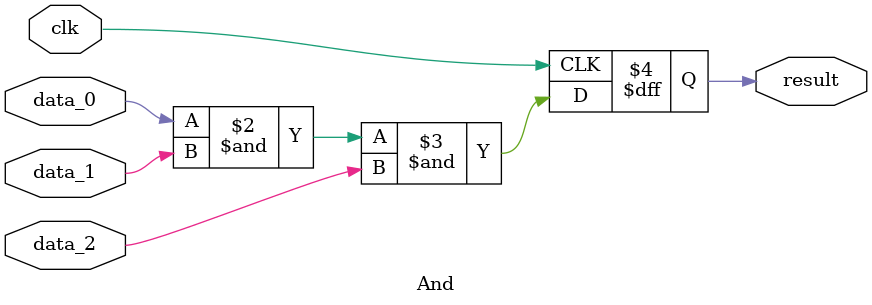
<source format=v>
`timescale 1ns / 1ps


module And(
input clk,
input data_0,
input data_1,
input data_2,
output reg result);

	always @ (posedge clk)
	begin
			result <= (data_0 & data_1 & data_2);
	end

endmodule

</source>
